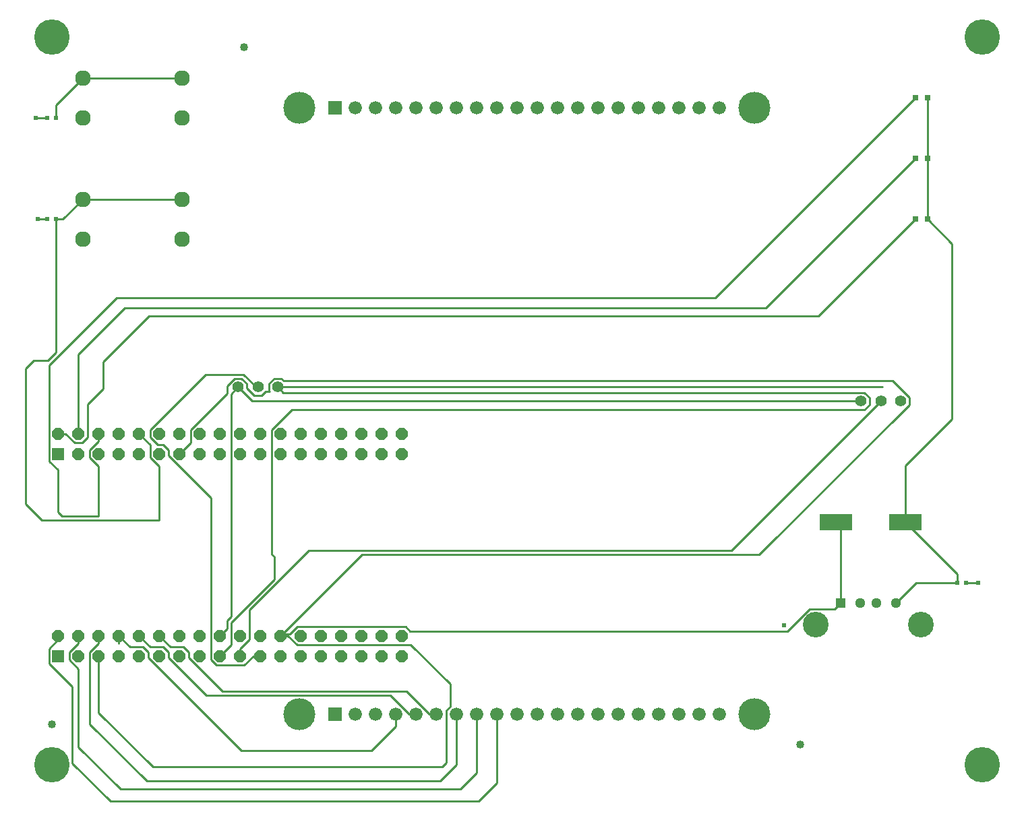
<source format=gbr>
G04 EAGLE Gerber RS-274X export*
G75*
%MOMM*%
%FSLAX34Y34*%
%LPD*%
%INTop Copper*%
%IPPOS*%
%AMOC8*
5,1,8,0,0,1.08239X$1,22.5*%
G01*
%ADD10R,4.100000X2.000000*%
%ADD11R,0.800000X0.800000*%
%ADD12C,1.016000*%
%ADD13R,1.676400X1.676400*%
%ADD14C,1.676400*%
%ADD15C,4.016000*%
%ADD16R,1.288000X1.288000*%
%ADD17C,1.288000*%
%ADD18C,3.220000*%
%ADD19C,4.445000*%
%ADD20C,1.400000*%
%ADD21R,0.609600X0.508000*%
%ADD22C,1.960000*%
%ADD23R,1.524000X1.524000*%
%ADD24P,1.649562X8X22.500000*%
%ADD25C,0.254000*%
%ADD26C,0.609600*%


D10*
X1036000Y355600D03*
X1123000Y355600D03*
D11*
X1135500Y736600D03*
X1150500Y736600D03*
X1135500Y812800D03*
X1150500Y812800D03*
X1135500Y889000D03*
X1150500Y889000D03*
D12*
X292100Y952500D03*
X50800Y101600D03*
X990600Y76200D03*
D13*
X406400Y876300D03*
D14*
X431800Y876300D03*
X457200Y876300D03*
X482600Y876300D03*
X508000Y876300D03*
X533400Y876300D03*
X558800Y876300D03*
X584200Y876300D03*
X609600Y876300D03*
X635000Y876300D03*
X660400Y876300D03*
X685800Y876300D03*
X711200Y876300D03*
X736600Y876300D03*
X762000Y876300D03*
X787400Y876300D03*
X812800Y876300D03*
X838200Y876300D03*
X863600Y876300D03*
X889000Y876300D03*
D13*
X406400Y114300D03*
D14*
X431800Y114300D03*
X457200Y114300D03*
X482600Y114300D03*
X508000Y114300D03*
X533400Y114300D03*
X558800Y114300D03*
X584200Y114300D03*
X609600Y114300D03*
X635000Y114300D03*
X660400Y114300D03*
X685800Y114300D03*
X711200Y114300D03*
X736600Y114300D03*
X762000Y114300D03*
X787400Y114300D03*
X812800Y114300D03*
X838200Y114300D03*
X863600Y114300D03*
X889000Y114300D03*
D15*
X361950Y114300D03*
X933450Y114300D03*
X361950Y876300D03*
X933450Y876300D03*
D16*
X1041400Y254000D03*
D17*
X1066400Y254000D03*
X1086400Y254000D03*
X1111400Y254000D03*
D18*
X1010700Y226900D03*
X1142100Y226900D03*
D19*
X50800Y965200D03*
X1219200Y965200D03*
X1219200Y50800D03*
X50800Y50800D03*
D20*
X1067200Y508000D03*
X1092200Y508000D03*
X1117200Y508000D03*
X284880Y525780D03*
X309880Y525780D03*
X334880Y525780D03*
D21*
X45212Y736600D03*
X56388Y736600D03*
X45212Y863600D03*
X56388Y863600D03*
X1188212Y279400D03*
X1199388Y279400D03*
D22*
X214900Y761600D03*
X214900Y711600D03*
X89900Y711600D03*
X89900Y761600D03*
X214900Y914000D03*
X214900Y864000D03*
X89900Y864000D03*
X89900Y914000D03*
D23*
X59100Y187700D03*
D24*
X59100Y213100D03*
X84500Y187700D03*
X84500Y213100D03*
X109900Y187700D03*
X109900Y213100D03*
X135300Y187700D03*
X135300Y213100D03*
X160700Y187700D03*
X160700Y213100D03*
X186100Y187700D03*
X186100Y213100D03*
X211500Y187700D03*
X211500Y213100D03*
X236900Y187700D03*
X236900Y213100D03*
X262300Y187700D03*
X262300Y213100D03*
X287700Y187700D03*
X287700Y213100D03*
X313100Y187700D03*
X313100Y213100D03*
X338500Y187700D03*
X338500Y213100D03*
X363900Y187700D03*
X363900Y213100D03*
X389300Y187700D03*
X389300Y213100D03*
X414700Y187700D03*
X414700Y213100D03*
X440100Y187700D03*
X440100Y213100D03*
X465500Y187700D03*
X465500Y213100D03*
X490900Y187700D03*
X490900Y213100D03*
D23*
X59100Y441700D03*
D24*
X59100Y467100D03*
X84500Y441700D03*
X84500Y467100D03*
X109900Y441700D03*
X109900Y467100D03*
X135300Y441700D03*
X135300Y467100D03*
X160700Y441700D03*
X160700Y467100D03*
X186100Y441700D03*
X186100Y467100D03*
X211500Y441700D03*
X211500Y467100D03*
X236900Y441700D03*
X236900Y467100D03*
X262300Y441700D03*
X262300Y467100D03*
X287700Y441700D03*
X287700Y467100D03*
X313100Y441700D03*
X313100Y467100D03*
X338500Y441700D03*
X338500Y467100D03*
X363900Y441700D03*
X363900Y467100D03*
X389300Y441700D03*
X389300Y467100D03*
X414700Y441700D03*
X414700Y467100D03*
X440100Y441700D03*
X440100Y467100D03*
X465500Y441700D03*
X465500Y467100D03*
X490900Y441700D03*
X490900Y467100D03*
D25*
X214900Y761600D02*
X89900Y761600D01*
X64900Y736600D01*
X56388Y736600D01*
X56388Y569032D01*
X160700Y467100D02*
X160700Y465500D01*
X56388Y569032D02*
X46156Y558800D01*
X27940Y558800D01*
X17780Y548640D01*
X17780Y378460D01*
X38100Y358140D01*
X185420Y358140D01*
X185420Y426216D01*
X174670Y453130D02*
X160700Y467100D01*
X174670Y436966D02*
X185420Y426216D01*
X174670Y436966D02*
X174670Y453130D01*
X45212Y736600D02*
X33020Y736600D01*
D26*
X33020Y736600D03*
D25*
X30480Y863600D02*
X45212Y863600D01*
D26*
X30480Y863600D03*
D25*
X56388Y863600D02*
X56388Y880488D01*
X89600Y913700D01*
X89900Y914000D02*
X214900Y914000D01*
X89900Y914000D02*
X89600Y913700D01*
X884040Y637540D02*
X1135500Y889000D01*
X884040Y637540D02*
X132080Y637540D01*
X111760Y468960D02*
X109900Y467100D01*
X58420Y421752D02*
X58420Y368300D01*
X58420Y421752D02*
X47670Y432502D01*
X47670Y553130D01*
X58420Y368300D02*
X63500Y363220D01*
X109220Y363220D01*
X98470Y436966D02*
X98470Y446435D01*
X109900Y457865D02*
X109900Y467100D01*
X109900Y457865D02*
X98470Y446435D01*
X109220Y426216D02*
X109220Y363220D01*
X109220Y426216D02*
X98470Y436966D01*
X47670Y553130D02*
X132080Y637540D01*
X947540Y624840D02*
X1135500Y812800D01*
X84500Y467100D02*
X83820Y467780D01*
X142240Y624840D02*
X947540Y624840D01*
X142240Y624840D02*
X83820Y566420D01*
X83820Y467780D01*
X1013580Y614680D02*
X1135500Y736600D01*
X1013580Y614680D02*
X172720Y614680D01*
X115570Y557530D01*
X115570Y523570D01*
X95930Y462366D02*
X89235Y455670D01*
X79766Y455670D01*
X95930Y503930D02*
X115570Y523570D01*
X95930Y503930D02*
X95930Y462366D01*
X79766Y455670D02*
X68336Y467100D01*
X59100Y467100D01*
X1123000Y427040D02*
X1123000Y355600D01*
X1123000Y427040D02*
X1181100Y485140D01*
X1181100Y706000D01*
X1150500Y736600D01*
X1150500Y805060D01*
X1150620Y805180D01*
X1150620Y888880D01*
X1150500Y889000D01*
X1123000Y355600D02*
X1188212Y290388D01*
X1188212Y279400D01*
X1136800Y279400D02*
X1111400Y254000D01*
X1136800Y279400D02*
X1188212Y279400D01*
X1078010Y512478D02*
X1071678Y518810D01*
X1078010Y512478D02*
X1078010Y503522D01*
X1071678Y497190D01*
X341850Y518810D02*
X334880Y525780D01*
X352426Y497190D02*
X327070Y471835D01*
X341850Y518810D02*
X1071678Y518810D01*
X1071678Y497190D02*
X352426Y497190D01*
X327070Y471835D02*
X327070Y315550D01*
X330200Y312420D01*
X330200Y284044D01*
X276270Y201670D02*
X262300Y187700D01*
X276270Y230114D02*
X330200Y284044D01*
X276270Y230114D02*
X276270Y201670D01*
X334880Y525780D02*
X1094340Y525780D01*
X1092200Y508000D02*
X904240Y320040D01*
X373380Y320040D01*
X287700Y196936D02*
X287700Y187700D01*
X287700Y196936D02*
X299130Y208366D01*
X299130Y245790D02*
X373380Y320040D01*
X299130Y245790D02*
X299130Y208366D01*
X257566Y176270D02*
X250870Y182966D01*
X303865Y187700D02*
X313100Y187700D01*
X303865Y187700D02*
X292435Y176270D01*
X257566Y176270D01*
X250870Y182966D02*
X250870Y386166D01*
X174670Y462366D02*
X174670Y471835D01*
X183906Y453130D02*
X190835Y453130D01*
X197530Y446435D01*
X197530Y439506D01*
X250870Y386166D01*
X183906Y453130D02*
X174670Y462366D01*
X307352Y525780D02*
X309880Y525780D01*
X307352Y525780D02*
X291462Y541670D01*
X244506Y541670D02*
X174670Y471835D01*
X244506Y541670D02*
X291462Y541670D01*
X1041400Y350200D02*
X1041400Y254000D01*
X1041400Y350200D02*
X1036000Y355600D01*
X1128010Y503522D02*
X1128010Y512478D01*
X440360Y314960D02*
X340830Y215430D01*
X338500Y213100D01*
X1107088Y533400D02*
X1128010Y512478D01*
X1128010Y503522D02*
X939448Y314960D01*
X440360Y314960D01*
X109900Y187700D02*
X109900Y116160D01*
X177800Y48260D01*
X541020Y48260D01*
X546608Y119350D02*
X551180Y123922D01*
X551180Y152400D01*
X546608Y53848D02*
X541020Y48260D01*
X546608Y53848D02*
X546608Y119350D01*
X551180Y152400D02*
X501910Y201670D01*
X347736Y213100D02*
X338500Y213100D01*
X347736Y213100D02*
X359166Y201670D01*
X501910Y201670D01*
X1034210Y246810D02*
X1041400Y254000D01*
X350066Y215430D02*
X340830Y215430D01*
X1002453Y246810D02*
X1034210Y246810D01*
X359166Y224530D02*
X350066Y215430D01*
X974845Y219202D02*
X1002453Y246810D01*
X974845Y219202D02*
X500963Y219202D01*
X495635Y224530D01*
X359166Y224530D01*
X211500Y441700D02*
X225470Y455670D01*
X225470Y471835D01*
X280402Y536590D02*
X289358Y536590D01*
X295690Y530258D01*
X305402Y514970D02*
X314358Y514970D01*
X295690Y524682D02*
X295690Y530258D01*
X314358Y514970D02*
X319864Y520476D01*
X324896Y520476D01*
X305402Y514970D02*
X295690Y524682D01*
X271190Y527378D02*
X271190Y517555D01*
X271190Y527378D02*
X280402Y536590D01*
X324070Y521302D02*
X324896Y520476D01*
X324070Y521302D02*
X324070Y530258D01*
X330402Y536590D01*
X339358Y536590D01*
X342548Y533400D01*
X271190Y517555D02*
X225470Y471835D01*
X342548Y533400D02*
X1107088Y533400D01*
X1067200Y508000D02*
X302660Y508000D01*
X284880Y525780D01*
X276270Y517170D01*
X276270Y237299D01*
X271190Y221990D02*
X262300Y213100D01*
X271190Y221990D02*
X271190Y232219D01*
X276270Y237299D01*
X135300Y213100D02*
X135300Y203865D01*
X165435Y199130D02*
X172130Y192435D01*
X149270Y199130D02*
X135300Y213100D01*
X149270Y199130D02*
X165435Y199130D01*
X172130Y192435D02*
X172130Y185506D01*
X289056Y68580D01*
X452120Y68580D01*
X482600Y99060D01*
X482600Y114300D01*
X197530Y192435D02*
X190835Y199130D01*
X174670Y199130D02*
X160700Y213100D01*
X499842Y114300D02*
X513080Y114300D01*
X190835Y199130D02*
X174670Y199130D01*
X197530Y192435D02*
X197530Y185506D01*
X244846Y138190D01*
X475952Y138190D01*
X499842Y114300D01*
X222930Y192435D02*
X216235Y199130D01*
X200070Y199130D02*
X186100Y213100D01*
X525242Y114300D02*
X533400Y114300D01*
X216235Y199130D02*
X200070Y199130D01*
X222930Y192435D02*
X222930Y185506D01*
X265166Y143270D01*
X496272Y143270D01*
X525242Y114300D01*
X558800Y50800D02*
X538480Y30480D01*
X170180Y30480D01*
X109900Y203865D02*
X109900Y213100D01*
X109900Y203865D02*
X98470Y192435D01*
X98470Y102190D01*
X558800Y114300D02*
X558800Y50800D01*
X170180Y30480D02*
X98470Y102190D01*
X584200Y114300D02*
X584200Y40640D01*
X563880Y20320D01*
X137160Y20320D01*
X84500Y72980D01*
X73070Y182966D02*
X73070Y192435D01*
X84500Y171536D02*
X84500Y72980D01*
X84500Y203865D02*
X84500Y213100D01*
X73070Y182966D02*
X84500Y171536D01*
X73070Y192435D02*
X84500Y203865D01*
X609600Y114300D02*
X609600Y27940D01*
X586740Y5080D01*
X124460Y5080D01*
X76835Y52705D01*
X47670Y178502D02*
X47670Y196898D01*
X59100Y208328D02*
X59100Y213100D01*
X59100Y208328D02*
X47670Y196898D01*
X76835Y149337D02*
X76835Y52705D01*
X76835Y149337D02*
X47670Y178502D01*
D26*
X970280Y226060D03*
D25*
X1199388Y279400D02*
X1214120Y279400D01*
D26*
X1214120Y279400D03*
M02*

</source>
